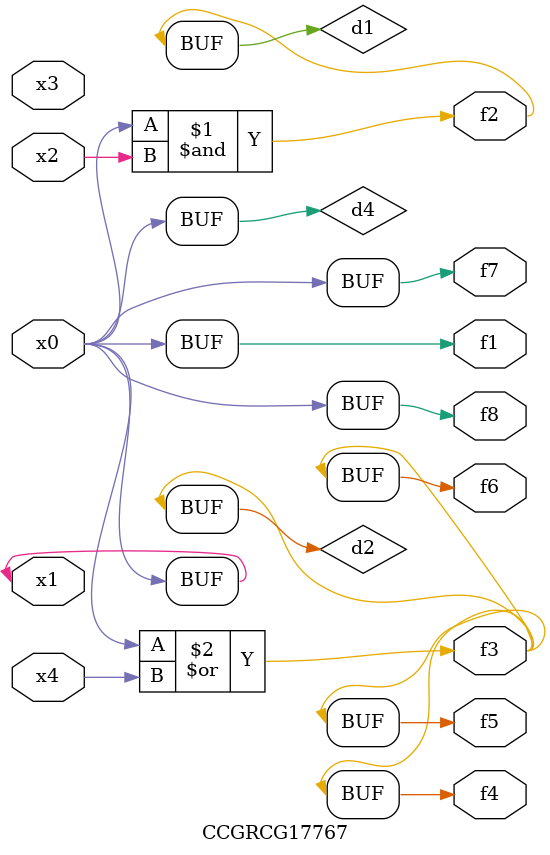
<source format=v>
module CCGRCG17767(
	input x0, x1, x2, x3, x4,
	output f1, f2, f3, f4, f5, f6, f7, f8
);

	wire d1, d2, d3, d4;

	and (d1, x0, x2);
	or (d2, x0, x4);
	nand (d3, x0, x2);
	buf (d4, x0, x1);
	assign f1 = d4;
	assign f2 = d1;
	assign f3 = d2;
	assign f4 = d2;
	assign f5 = d2;
	assign f6 = d2;
	assign f7 = d4;
	assign f8 = d4;
endmodule

</source>
